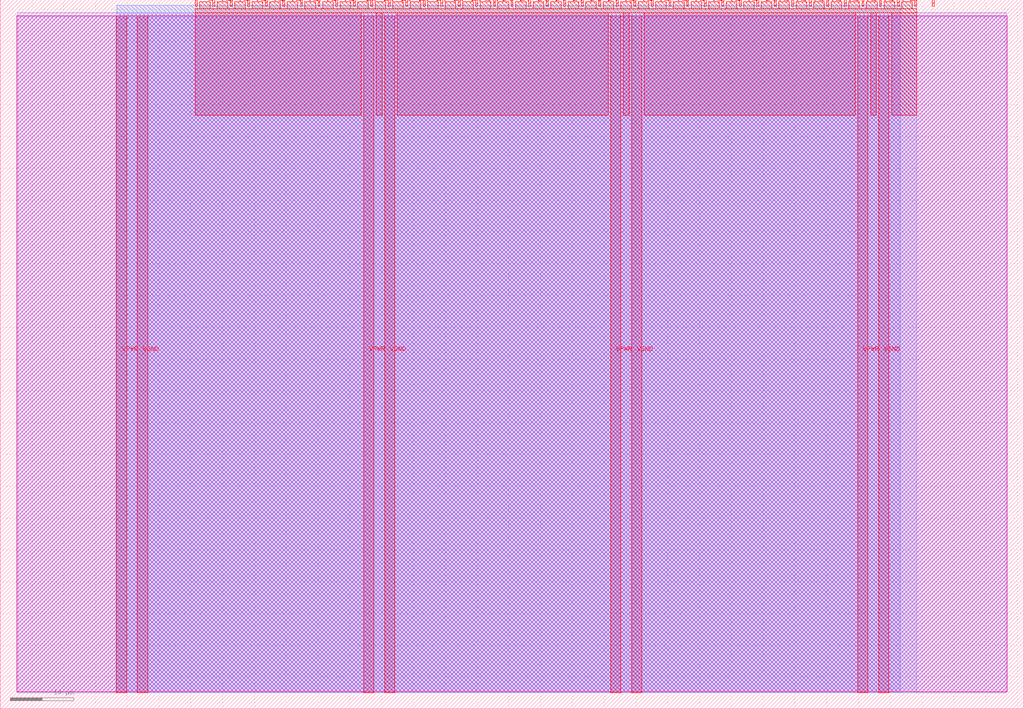
<source format=lef>
VERSION 5.7 ;
  NOWIREEXTENSIONATPIN ON ;
  DIVIDERCHAR "/" ;
  BUSBITCHARS "[]" ;
MACRO tt_um_dyno
  CLASS BLOCK ;
  FOREIGN tt_um_dyno ;
  ORIGIN 0.000 0.000 ;
  SIZE 161.000 BY 111.520 ;
  PIN VGND
    DIRECTION INOUT ;
    USE GROUND ;
    PORT
      LAYER met4 ;
        RECT 21.580 2.480 23.180 109.040 ;
    END
    PORT
      LAYER met4 ;
        RECT 60.450 2.480 62.050 109.040 ;
    END
    PORT
      LAYER met4 ;
        RECT 99.320 2.480 100.920 109.040 ;
    END
    PORT
      LAYER met4 ;
        RECT 138.190 2.480 139.790 109.040 ;
    END
  END VGND
  PIN VPWR
    DIRECTION INOUT ;
    USE POWER ;
    PORT
      LAYER met4 ;
        RECT 18.280 2.480 19.880 109.040 ;
    END
    PORT
      LAYER met4 ;
        RECT 57.150 2.480 58.750 109.040 ;
    END
    PORT
      LAYER met4 ;
        RECT 96.020 2.480 97.620 109.040 ;
    END
    PORT
      LAYER met4 ;
        RECT 134.890 2.480 136.490 109.040 ;
    END
  END VPWR
  PIN clk
    DIRECTION INPUT ;
    USE SIGNAL ;
    ANTENNAGATEAREA 0.852000 ;
    PORT
      LAYER met4 ;
        RECT 143.830 110.520 144.130 111.520 ;
    END
  END clk
  PIN ena
    DIRECTION INPUT ;
    USE SIGNAL ;
    PORT
      LAYER met4 ;
        RECT 146.590 110.520 146.890 111.520 ;
    END
  END ena
  PIN rst_n
    DIRECTION INPUT ;
    USE SIGNAL ;
    PORT
      LAYER met4 ;
        RECT 141.070 110.520 141.370 111.520 ;
    END
  END rst_n
  PIN ui_in[0]
    DIRECTION INPUT ;
    USE SIGNAL ;
    ANTENNAGATEAREA 0.196500 ;
    PORT
      LAYER met4 ;
        RECT 138.310 110.520 138.610 111.520 ;
    END
  END ui_in[0]
  PIN ui_in[1]
    DIRECTION INPUT ;
    USE SIGNAL ;
    ANTENNAGATEAREA 0.196500 ;
    PORT
      LAYER met4 ;
        RECT 135.550 110.520 135.850 111.520 ;
    END
  END ui_in[1]
  PIN ui_in[2]
    DIRECTION INPUT ;
    USE SIGNAL ;
    ANTENNAGATEAREA 0.196500 ;
    PORT
      LAYER met4 ;
        RECT 132.790 110.520 133.090 111.520 ;
    END
  END ui_in[2]
  PIN ui_in[3]
    DIRECTION INPUT ;
    USE SIGNAL ;
    ANTENNAGATEAREA 0.196500 ;
    PORT
      LAYER met4 ;
        RECT 130.030 110.520 130.330 111.520 ;
    END
  END ui_in[3]
  PIN ui_in[4]
    DIRECTION INPUT ;
    USE SIGNAL ;
    ANTENNAGATEAREA 0.196500 ;
    PORT
      LAYER met4 ;
        RECT 127.270 110.520 127.570 111.520 ;
    END
  END ui_in[4]
  PIN ui_in[5]
    DIRECTION INPUT ;
    USE SIGNAL ;
    ANTENNAGATEAREA 0.196500 ;
    PORT
      LAYER met4 ;
        RECT 124.510 110.520 124.810 111.520 ;
    END
  END ui_in[5]
  PIN ui_in[6]
    DIRECTION INPUT ;
    USE SIGNAL ;
    ANTENNAGATEAREA 0.196500 ;
    PORT
      LAYER met4 ;
        RECT 121.750 110.520 122.050 111.520 ;
    END
  END ui_in[6]
  PIN ui_in[7]
    DIRECTION INPUT ;
    USE SIGNAL ;
    ANTENNAGATEAREA 0.196500 ;
    PORT
      LAYER met4 ;
        RECT 118.990 110.520 119.290 111.520 ;
    END
  END ui_in[7]
  PIN uio_in[0]
    DIRECTION INPUT ;
    USE SIGNAL ;
    PORT
      LAYER met4 ;
        RECT 116.230 110.520 116.530 111.520 ;
    END
  END uio_in[0]
  PIN uio_in[1]
    DIRECTION INPUT ;
    USE SIGNAL ;
    PORT
      LAYER met4 ;
        RECT 113.470 110.520 113.770 111.520 ;
    END
  END uio_in[1]
  PIN uio_in[2]
    DIRECTION INPUT ;
    USE SIGNAL ;
    PORT
      LAYER met4 ;
        RECT 110.710 110.520 111.010 111.520 ;
    END
  END uio_in[2]
  PIN uio_in[3]
    DIRECTION INPUT ;
    USE SIGNAL ;
    PORT
      LAYER met4 ;
        RECT 107.950 110.520 108.250 111.520 ;
    END
  END uio_in[3]
  PIN uio_in[4]
    DIRECTION INPUT ;
    USE SIGNAL ;
    PORT
      LAYER met4 ;
        RECT 105.190 110.520 105.490 111.520 ;
    END
  END uio_in[4]
  PIN uio_in[5]
    DIRECTION INPUT ;
    USE SIGNAL ;
    PORT
      LAYER met4 ;
        RECT 102.430 110.520 102.730 111.520 ;
    END
  END uio_in[5]
  PIN uio_in[6]
    DIRECTION INPUT ;
    USE SIGNAL ;
    ANTENNAGATEAREA 0.196500 ;
    PORT
      LAYER met4 ;
        RECT 99.670 110.520 99.970 111.520 ;
    END
  END uio_in[6]
  PIN uio_in[7]
    DIRECTION INPUT ;
    USE SIGNAL ;
    ANTENNAGATEAREA 0.213000 ;
    PORT
      LAYER met4 ;
        RECT 96.910 110.520 97.210 111.520 ;
    END
  END uio_in[7]
  PIN uio_oe[0]
    DIRECTION OUTPUT ;
    USE SIGNAL ;
    ANTENNADIFFAREA 0.445500 ;
    PORT
      LAYER met4 ;
        RECT 49.990 110.520 50.290 111.520 ;
    END
  END uio_oe[0]
  PIN uio_oe[1]
    DIRECTION OUTPUT ;
    USE SIGNAL ;
    ANTENNADIFFAREA 0.445500 ;
    PORT
      LAYER met4 ;
        RECT 47.230 110.520 47.530 111.520 ;
    END
  END uio_oe[1]
  PIN uio_oe[2]
    DIRECTION OUTPUT ;
    USE SIGNAL ;
    ANTENNADIFFAREA 0.445500 ;
    PORT
      LAYER met4 ;
        RECT 44.470 110.520 44.770 111.520 ;
    END
  END uio_oe[2]
  PIN uio_oe[3]
    DIRECTION OUTPUT ;
    USE SIGNAL ;
    ANTENNADIFFAREA 0.445500 ;
    PORT
      LAYER met4 ;
        RECT 41.710 110.520 42.010 111.520 ;
    END
  END uio_oe[3]
  PIN uio_oe[4]
    DIRECTION OUTPUT ;
    USE SIGNAL ;
    ANTENNADIFFAREA 0.445500 ;
    PORT
      LAYER met4 ;
        RECT 38.950 110.520 39.250 111.520 ;
    END
  END uio_oe[4]
  PIN uio_oe[5]
    DIRECTION OUTPUT ;
    USE SIGNAL ;
    ANTENNADIFFAREA 0.445500 ;
    PORT
      LAYER met4 ;
        RECT 36.190 110.520 36.490 111.520 ;
    END
  END uio_oe[5]
  PIN uio_oe[6]
    DIRECTION OUTPUT ;
    USE SIGNAL ;
    ANTENNADIFFAREA 0.445500 ;
    PORT
      LAYER met4 ;
        RECT 33.430 110.520 33.730 111.520 ;
    END
  END uio_oe[6]
  PIN uio_oe[7]
    DIRECTION OUTPUT ;
    USE SIGNAL ;
    ANTENNADIFFAREA 0.445500 ;
    PORT
      LAYER met4 ;
        RECT 30.670 110.520 30.970 111.520 ;
    END
  END uio_oe[7]
  PIN uio_out[0]
    DIRECTION OUTPUT ;
    USE SIGNAL ;
    ANTENNADIFFAREA 0.445500 ;
    PORT
      LAYER met4 ;
        RECT 72.070 110.520 72.370 111.520 ;
    END
  END uio_out[0]
  PIN uio_out[1]
    DIRECTION OUTPUT ;
    USE SIGNAL ;
    ANTENNADIFFAREA 0.445500 ;
    PORT
      LAYER met4 ;
        RECT 69.310 110.520 69.610 111.520 ;
    END
  END uio_out[1]
  PIN uio_out[2]
    DIRECTION OUTPUT ;
    USE SIGNAL ;
    ANTENNADIFFAREA 0.445500 ;
    PORT
      LAYER met4 ;
        RECT 66.550 110.520 66.850 111.520 ;
    END
  END uio_out[2]
  PIN uio_out[3]
    DIRECTION OUTPUT ;
    USE SIGNAL ;
    ANTENNADIFFAREA 0.445500 ;
    PORT
      LAYER met4 ;
        RECT 63.790 110.520 64.090 111.520 ;
    END
  END uio_out[3]
  PIN uio_out[4]
    DIRECTION OUTPUT ;
    USE SIGNAL ;
    ANTENNADIFFAREA 0.445500 ;
    PORT
      LAYER met4 ;
        RECT 61.030 110.520 61.330 111.520 ;
    END
  END uio_out[4]
  PIN uio_out[5]
    DIRECTION OUTPUT ;
    USE SIGNAL ;
    ANTENNADIFFAREA 0.445500 ;
    PORT
      LAYER met4 ;
        RECT 58.270 110.520 58.570 111.520 ;
    END
  END uio_out[5]
  PIN uio_out[6]
    DIRECTION OUTPUT ;
    USE SIGNAL ;
    ANTENNADIFFAREA 0.445500 ;
    PORT
      LAYER met4 ;
        RECT 55.510 110.520 55.810 111.520 ;
    END
  END uio_out[6]
  PIN uio_out[7]
    DIRECTION OUTPUT ;
    USE SIGNAL ;
    ANTENNADIFFAREA 0.445500 ;
    PORT
      LAYER met4 ;
        RECT 52.750 110.520 53.050 111.520 ;
    END
  END uio_out[7]
  PIN uo_out[0]
    DIRECTION OUTPUT ;
    USE SIGNAL ;
    ANTENNADIFFAREA 0.445500 ;
    PORT
      LAYER met4 ;
        RECT 94.150 110.520 94.450 111.520 ;
    END
  END uo_out[0]
  PIN uo_out[1]
    DIRECTION OUTPUT ;
    USE SIGNAL ;
    ANTENNADIFFAREA 0.445500 ;
    PORT
      LAYER met4 ;
        RECT 91.390 110.520 91.690 111.520 ;
    END
  END uo_out[1]
  PIN uo_out[2]
    DIRECTION OUTPUT ;
    USE SIGNAL ;
    ANTENNADIFFAREA 0.445500 ;
    PORT
      LAYER met4 ;
        RECT 88.630 110.520 88.930 111.520 ;
    END
  END uo_out[2]
  PIN uo_out[3]
    DIRECTION OUTPUT ;
    USE SIGNAL ;
    ANTENNADIFFAREA 0.445500 ;
    PORT
      LAYER met4 ;
        RECT 85.870 110.520 86.170 111.520 ;
    END
  END uo_out[3]
  PIN uo_out[4]
    DIRECTION OUTPUT ;
    USE SIGNAL ;
    ANTENNADIFFAREA 0.795200 ;
    PORT
      LAYER met4 ;
        RECT 83.110 110.520 83.410 111.520 ;
    END
  END uo_out[4]
  PIN uo_out[5]
    DIRECTION OUTPUT ;
    USE SIGNAL ;
    ANTENNADIFFAREA 0.445500 ;
    PORT
      LAYER met4 ;
        RECT 80.350 110.520 80.650 111.520 ;
    END
  END uo_out[5]
  PIN uo_out[6]
    DIRECTION OUTPUT ;
    USE SIGNAL ;
    ANTENNADIFFAREA 0.445500 ;
    PORT
      LAYER met4 ;
        RECT 77.590 110.520 77.890 111.520 ;
    END
  END uo_out[6]
  PIN uo_out[7]
    DIRECTION OUTPUT ;
    USE SIGNAL ;
    ANTENNADIFFAREA 0.445500 ;
    PORT
      LAYER met4 ;
        RECT 74.830 110.520 75.130 111.520 ;
    END
  END uo_out[7]
  OBS
      LAYER nwell ;
        RECT 2.570 2.635 158.430 108.990 ;
      LAYER li1 ;
        RECT 2.760 2.635 158.240 108.885 ;
      LAYER met1 ;
        RECT 2.760 2.480 158.240 109.440 ;
      LAYER met2 ;
        RECT 18.310 2.535 141.590 110.685 ;
      LAYER met3 ;
        RECT 18.290 2.555 144.170 110.665 ;
      LAYER met4 ;
        RECT 31.370 110.120 33.030 111.170 ;
        RECT 34.130 110.120 35.790 111.170 ;
        RECT 36.890 110.120 38.550 111.170 ;
        RECT 39.650 110.120 41.310 111.170 ;
        RECT 42.410 110.120 44.070 111.170 ;
        RECT 45.170 110.120 46.830 111.170 ;
        RECT 47.930 110.120 49.590 111.170 ;
        RECT 50.690 110.120 52.350 111.170 ;
        RECT 53.450 110.120 55.110 111.170 ;
        RECT 56.210 110.120 57.870 111.170 ;
        RECT 58.970 110.120 60.630 111.170 ;
        RECT 61.730 110.120 63.390 111.170 ;
        RECT 64.490 110.120 66.150 111.170 ;
        RECT 67.250 110.120 68.910 111.170 ;
        RECT 70.010 110.120 71.670 111.170 ;
        RECT 72.770 110.120 74.430 111.170 ;
        RECT 75.530 110.120 77.190 111.170 ;
        RECT 78.290 110.120 79.950 111.170 ;
        RECT 81.050 110.120 82.710 111.170 ;
        RECT 83.810 110.120 85.470 111.170 ;
        RECT 86.570 110.120 88.230 111.170 ;
        RECT 89.330 110.120 90.990 111.170 ;
        RECT 92.090 110.120 93.750 111.170 ;
        RECT 94.850 110.120 96.510 111.170 ;
        RECT 97.610 110.120 99.270 111.170 ;
        RECT 100.370 110.120 102.030 111.170 ;
        RECT 103.130 110.120 104.790 111.170 ;
        RECT 105.890 110.120 107.550 111.170 ;
        RECT 108.650 110.120 110.310 111.170 ;
        RECT 111.410 110.120 113.070 111.170 ;
        RECT 114.170 110.120 115.830 111.170 ;
        RECT 116.930 110.120 118.590 111.170 ;
        RECT 119.690 110.120 121.350 111.170 ;
        RECT 122.450 110.120 124.110 111.170 ;
        RECT 125.210 110.120 126.870 111.170 ;
        RECT 127.970 110.120 129.630 111.170 ;
        RECT 130.730 110.120 132.390 111.170 ;
        RECT 133.490 110.120 135.150 111.170 ;
        RECT 136.250 110.120 137.910 111.170 ;
        RECT 139.010 110.120 140.670 111.170 ;
        RECT 141.770 110.120 143.430 111.170 ;
        RECT 30.655 109.440 144.145 110.120 ;
        RECT 30.655 93.335 56.750 109.440 ;
        RECT 59.150 93.335 60.050 109.440 ;
        RECT 62.450 93.335 95.620 109.440 ;
        RECT 98.020 93.335 98.920 109.440 ;
        RECT 101.320 93.335 134.490 109.440 ;
        RECT 136.890 93.335 137.790 109.440 ;
        RECT 140.190 93.335 144.145 109.440 ;
  END
END tt_um_dyno
END LIBRARY


</source>
